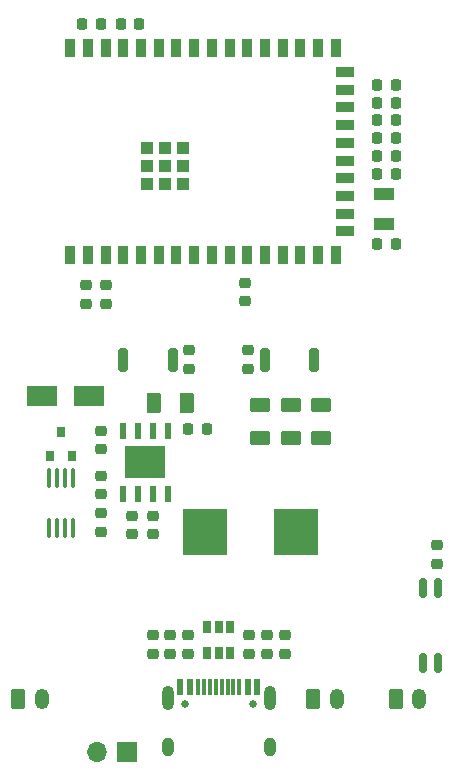
<source format=gbr>
%TF.GenerationSoftware,KiCad,Pcbnew,(6.0.2)*%
%TF.CreationDate,2022-03-14T11:31:15-04:00*%
%TF.ProjectId,aquabotsBMS,61717561-626f-4747-9342-4d532e6b6963,rev?*%
%TF.SameCoordinates,Original*%
%TF.FileFunction,Soldermask,Top*%
%TF.FilePolarity,Negative*%
%FSLAX46Y46*%
G04 Gerber Fmt 4.6, Leading zero omitted, Abs format (unit mm)*
G04 Created by KiCad (PCBNEW (6.0.2)) date 2022-03-14 11:31:15*
%MOMM*%
%LPD*%
G01*
G04 APERTURE LIST*
G04 Aperture macros list*
%AMRoundRect*
0 Rectangle with rounded corners*
0 $1 Rounding radius*
0 $2 $3 $4 $5 $6 $7 $8 $9 X,Y pos of 4 corners*
0 Add a 4 corners polygon primitive as box body*
4,1,4,$2,$3,$4,$5,$6,$7,$8,$9,$2,$3,0*
0 Add four circle primitives for the rounded corners*
1,1,$1+$1,$2,$3*
1,1,$1+$1,$4,$5*
1,1,$1+$1,$6,$7*
1,1,$1+$1,$8,$9*
0 Add four rect primitives between the rounded corners*
20,1,$1+$1,$2,$3,$4,$5,0*
20,1,$1+$1,$4,$5,$6,$7,0*
20,1,$1+$1,$6,$7,$8,$9,0*
20,1,$1+$1,$8,$9,$2,$3,0*%
G04 Aperture macros list end*
%ADD10RoundRect,0.218750X-0.256250X0.218750X-0.256250X-0.218750X0.256250X-0.218750X0.256250X0.218750X0*%
%ADD11RoundRect,0.218750X-0.218750X-0.256250X0.218750X-0.256250X0.218750X0.256250X-0.218750X0.256250X0*%
%ADD12RoundRect,0.218750X0.218750X0.256250X-0.218750X0.256250X-0.218750X-0.256250X0.218750X-0.256250X0*%
%ADD13RoundRect,0.218750X0.256250X-0.218750X0.256250X0.218750X-0.256250X0.218750X-0.256250X-0.218750X0*%
%ADD14R,0.650000X1.060000*%
%ADD15R,1.800000X1.000000*%
%ADD16RoundRect,0.250000X-0.350000X-0.625000X0.350000X-0.625000X0.350000X0.625000X-0.350000X0.625000X0*%
%ADD17O,1.200000X1.750000*%
%ADD18RoundRect,0.100000X0.100000X-0.712500X0.100000X0.712500X-0.100000X0.712500X-0.100000X-0.712500X0*%
%ADD19R,0.800000X0.900000*%
%ADD20R,1.700000X1.700000*%
%ADD21O,1.700000X1.700000*%
%ADD22C,0.650000*%
%ADD23R,0.600000X1.450000*%
%ADD24R,0.300000X1.450000*%
%ADD25O,1.000000X2.100000*%
%ADD26O,1.000000X1.600000*%
%ADD27RoundRect,0.200000X-0.200000X-0.800000X0.200000X-0.800000X0.200000X0.800000X-0.200000X0.800000X0*%
%ADD28RoundRect,0.150000X-0.150000X0.662500X-0.150000X-0.662500X0.150000X-0.662500X0.150000X0.662500X0*%
%ADD29R,0.900000X1.500000*%
%ADD30R,1.500000X0.900000*%
%ADD31R,1.100000X1.100000*%
%ADD32RoundRect,0.200000X0.200000X0.800000X-0.200000X0.800000X-0.200000X-0.800000X0.200000X-0.800000X0*%
%ADD33R,3.850000X4.000000*%
%ADD34RoundRect,0.250000X0.625000X-0.375000X0.625000X0.375000X-0.625000X0.375000X-0.625000X-0.375000X0*%
%ADD35R,0.558800X1.447800*%
%ADD36R,3.352800X2.717800*%
%ADD37RoundRect,0.250000X0.375000X0.625000X-0.375000X0.625000X-0.375000X-0.625000X0.375000X-0.625000X0*%
%ADD38R,2.500000X1.800000*%
G04 APERTURE END LIST*
D10*
%TO.C,C1*%
X140500000Y-91212500D03*
X140500000Y-92787500D03*
%TD*%
D11*
%TO.C,C2*%
X163412500Y-87750000D03*
X164987500Y-87750000D03*
%TD*%
D12*
%TO.C,C3*%
X164987500Y-81750000D03*
X163412500Y-81750000D03*
%TD*%
D10*
%TO.C,C4*%
X138750000Y-91212500D03*
X138750000Y-92787500D03*
%TD*%
D12*
%TO.C,C7*%
X143275000Y-69100000D03*
X141700000Y-69100000D03*
%TD*%
D11*
%TO.C,C8*%
X163412500Y-74250000D03*
X164987500Y-74250000D03*
%TD*%
D10*
%TO.C,FB2*%
X144400000Y-120812500D03*
X144400000Y-122387500D03*
%TD*%
D11*
%TO.C,R3*%
X163412500Y-80250000D03*
X164987500Y-80250000D03*
%TD*%
D12*
%TO.C,R4*%
X164987500Y-75750000D03*
X163412500Y-75750000D03*
%TD*%
D11*
%TO.C,R5*%
X163412500Y-77250000D03*
X164987500Y-77250000D03*
%TD*%
%TO.C,R6*%
X138450000Y-69100000D03*
X140025000Y-69100000D03*
%TD*%
D13*
%TO.C,R8*%
X152250000Y-92575000D03*
X152250000Y-91000000D03*
%TD*%
D14*
%TO.C,U2*%
X149050000Y-122300000D03*
X150000000Y-122300000D03*
X150950000Y-122300000D03*
X150950000Y-120100000D03*
X150000000Y-120100000D03*
X149050000Y-120100000D03*
%TD*%
D15*
%TO.C,Y1*%
X164000000Y-86000000D03*
X164000000Y-83500000D03*
%TD*%
D16*
%TO.C,J5*%
X158000000Y-126250000D03*
D17*
X160000000Y-126250000D03*
%TD*%
D18*
%TO.C,U3*%
X135675000Y-111762500D03*
X136325000Y-111762500D03*
X136975000Y-111762500D03*
X137625000Y-111762500D03*
X137625000Y-107537500D03*
X136975000Y-107537500D03*
X136325000Y-107537500D03*
X135675000Y-107537500D03*
%TD*%
D16*
%TO.C,J2*%
X165000000Y-126250000D03*
D17*
X167000000Y-126250000D03*
%TD*%
D19*
%TO.C,Q1*%
X135700000Y-105650000D03*
X137600000Y-105650000D03*
X136650000Y-103650000D03*
%TD*%
D16*
%TO.C,J3*%
X133000000Y-126250000D03*
D17*
X135000000Y-126250000D03*
%TD*%
D20*
%TO.C,J4*%
X142250000Y-130750000D03*
D21*
X139710000Y-130750000D03*
%TD*%
D22*
%TO.C,J1*%
X147110000Y-126650000D03*
X152890000Y-126650000D03*
D23*
X146750000Y-125205000D03*
X147550000Y-125205000D03*
D24*
X148750000Y-125205000D03*
X149750000Y-125205000D03*
X150250000Y-125205000D03*
X151250000Y-125205000D03*
D23*
X152450000Y-125205000D03*
X153250000Y-125205000D03*
X153250000Y-125205000D03*
X152450000Y-125205000D03*
D24*
X151750000Y-125205000D03*
X150750000Y-125205000D03*
X149250000Y-125205000D03*
X148250000Y-125205000D03*
D23*
X147550000Y-125205000D03*
X146750000Y-125205000D03*
D25*
X154320000Y-126120000D03*
D26*
X154320000Y-130300000D03*
X145680000Y-130300000D03*
D25*
X145680000Y-126120000D03*
%TD*%
D10*
%TO.C,C14*%
X152500000Y-96712500D03*
X152500000Y-98287500D03*
%TD*%
D27*
%TO.C,SW1*%
X153900000Y-97500000D03*
X158100000Y-97500000D03*
%TD*%
D12*
%TO.C,C9*%
X164987500Y-78750000D03*
X163412500Y-78750000D03*
%TD*%
D10*
%TO.C,R1*%
X147400000Y-120812500D03*
X147400000Y-122387500D03*
%TD*%
D13*
%TO.C,C6*%
X145900000Y-122387500D03*
X145900000Y-120812500D03*
%TD*%
%TO.C,R7*%
X168500000Y-114787500D03*
X168500000Y-113212500D03*
%TD*%
D28*
%TO.C,U4*%
X168535000Y-116812500D03*
X167265000Y-116812500D03*
X167265000Y-123187500D03*
X168535000Y-123187500D03*
%TD*%
D29*
%TO.C,U1*%
X137421000Y-88650000D03*
X138921000Y-88650000D03*
X140421000Y-88650000D03*
X141921000Y-88650000D03*
X143421000Y-88650000D03*
X144921000Y-88650000D03*
X146421000Y-88650000D03*
X147921000Y-88650000D03*
X149421000Y-88650000D03*
X150921000Y-88650000D03*
X152421000Y-88650000D03*
X153921000Y-88650000D03*
X155421000Y-88650000D03*
X156921000Y-88650000D03*
X158421000Y-88650000D03*
X159921000Y-88650000D03*
D30*
X160671000Y-86650000D03*
X160671000Y-85150000D03*
X160671000Y-83650000D03*
X160671000Y-82150000D03*
X160671000Y-80650000D03*
X160671000Y-79150000D03*
X160671000Y-77650000D03*
X160671000Y-76150000D03*
X160671000Y-74650000D03*
X160671000Y-73150000D03*
D29*
X159921000Y-71150000D03*
X158421000Y-71150000D03*
X156921000Y-71150000D03*
X155421000Y-71150000D03*
X153921000Y-71150000D03*
X152421000Y-71150000D03*
X150921000Y-71150000D03*
X149421000Y-71150000D03*
X147921000Y-71150000D03*
X146421000Y-71150000D03*
X144921000Y-71150000D03*
X143421000Y-71150000D03*
X141921000Y-71150000D03*
X140421000Y-71150000D03*
X138921000Y-71150000D03*
X137421000Y-71150000D03*
D31*
X146971000Y-82590000D03*
X145471000Y-79590000D03*
X145471000Y-81090000D03*
X143971000Y-82590000D03*
X146971000Y-81090000D03*
X143971000Y-79590000D03*
X145471000Y-82590000D03*
X146971000Y-79590000D03*
X143971000Y-81090000D03*
%TD*%
D10*
%TO.C,C15*%
X147500000Y-96712500D03*
X147500000Y-98287500D03*
%TD*%
D32*
%TO.C,SW2*%
X146100000Y-97500000D03*
X141900000Y-97500000D03*
%TD*%
D33*
%TO.C,L1*%
X148875000Y-112100000D03*
X156525000Y-112100000D03*
%TD*%
D11*
%TO.C,C12*%
X147412500Y-103400000D03*
X148987500Y-103400000D03*
%TD*%
D34*
%TO.C,C17*%
X153500000Y-104100000D03*
X153500000Y-101300000D03*
%TD*%
%TO.C,C18*%
X156100000Y-104100000D03*
X156100000Y-101300000D03*
%TD*%
%TO.C,C19*%
X158700000Y-104100000D03*
X158700000Y-101300000D03*
%TD*%
D35*
%TO.C,U5*%
X145705000Y-103520300D03*
X144435000Y-103520300D03*
X143165000Y-103520300D03*
X141895000Y-103520300D03*
X141895000Y-108879700D03*
X143165000Y-108879700D03*
X144435000Y-108879700D03*
X145705000Y-108879700D03*
D36*
X143800000Y-106200000D03*
%TD*%
D37*
%TO.C,C10*%
X147300000Y-101200000D03*
X144500000Y-101200000D03*
%TD*%
D13*
%TO.C,R9*%
X142700000Y-112287500D03*
X142700000Y-110712500D03*
%TD*%
%TO.C,R11*%
X140000000Y-108887500D03*
X140000000Y-107312500D03*
%TD*%
%TO.C,R10*%
X140000000Y-112087500D03*
X140000000Y-110512500D03*
%TD*%
D10*
%TO.C,C13*%
X144400000Y-110712500D03*
X144400000Y-112287500D03*
%TD*%
D13*
%TO.C,C11*%
X140000000Y-105087500D03*
X140000000Y-103512500D03*
%TD*%
D38*
%TO.C,D1*%
X139000000Y-100600000D03*
X135000000Y-100600000D03*
%TD*%
D10*
%TO.C,R2*%
X152600000Y-120812500D03*
X152600000Y-122387500D03*
%TD*%
%TO.C,FB1*%
X155600000Y-120812500D03*
X155600000Y-122387500D03*
%TD*%
D13*
%TO.C,C5*%
X154100000Y-122387500D03*
X154100000Y-120812500D03*
%TD*%
M02*

</source>
